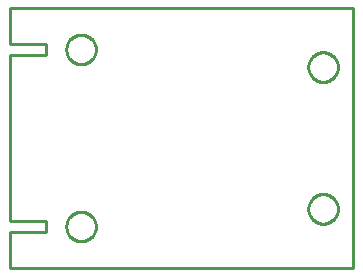
<source format=gbr>
G04 EAGLE Gerber RS-274X export*
G75*
%MOMM*%
%FSLAX34Y34*%
%LPD*%
%IN*%
%IPPOS*%
%AMOC8*
5,1,8,0,0,1.08239X$1,22.5*%
G01*
G04 Define Apertures*
%ADD10C,0.254000*%
D10*
X0Y-110000D02*
X290000Y-110000D01*
X290000Y110000D01*
X0Y110000D01*
X0Y80000D01*
X30000Y80000D01*
X30000Y70000D01*
X0Y70000D01*
X0Y-70000D01*
X30000Y-70000D01*
X30000Y-80000D01*
X0Y-80000D01*
X0Y-110000D01*
X72500Y-75491D02*
X72423Y-76470D01*
X72269Y-77441D01*
X72040Y-78396D01*
X71736Y-79330D01*
X71361Y-80237D01*
X70915Y-81112D01*
X70401Y-81950D01*
X69824Y-82745D01*
X69186Y-83492D01*
X68492Y-84186D01*
X67745Y-84824D01*
X66950Y-85401D01*
X66112Y-85915D01*
X65237Y-86361D01*
X64330Y-86736D01*
X63396Y-87040D01*
X62441Y-87269D01*
X61470Y-87423D01*
X60491Y-87500D01*
X59509Y-87500D01*
X58530Y-87423D01*
X57560Y-87269D01*
X56604Y-87040D01*
X55670Y-86736D01*
X54763Y-86361D01*
X53888Y-85915D01*
X53050Y-85401D01*
X52255Y-84824D01*
X51508Y-84186D01*
X50814Y-83492D01*
X50176Y-82745D01*
X49599Y-81950D01*
X49085Y-81112D01*
X48639Y-80237D01*
X48264Y-79330D01*
X47960Y-78396D01*
X47731Y-77441D01*
X47577Y-76470D01*
X47500Y-75491D01*
X47500Y-74509D01*
X47577Y-73530D01*
X47731Y-72560D01*
X47960Y-71604D01*
X48264Y-70670D01*
X48639Y-69763D01*
X49085Y-68888D01*
X49599Y-68050D01*
X50176Y-67255D01*
X50814Y-66508D01*
X51508Y-65814D01*
X52255Y-65176D01*
X53050Y-64599D01*
X53888Y-64085D01*
X54763Y-63639D01*
X55670Y-63264D01*
X56604Y-62960D01*
X57560Y-62731D01*
X58530Y-62577D01*
X59509Y-62500D01*
X60491Y-62500D01*
X61470Y-62577D01*
X62441Y-62731D01*
X63396Y-62960D01*
X64330Y-63264D01*
X65237Y-63639D01*
X66112Y-64085D01*
X66950Y-64599D01*
X67745Y-65176D01*
X68492Y-65814D01*
X69186Y-66508D01*
X69824Y-67255D01*
X70401Y-68050D01*
X70915Y-68888D01*
X71361Y-69763D01*
X71736Y-70670D01*
X72040Y-71604D01*
X72269Y-72560D01*
X72423Y-73530D01*
X72500Y-74509D01*
X72500Y-75491D01*
X277500Y-60491D02*
X277423Y-61470D01*
X277269Y-62441D01*
X277040Y-63396D01*
X276736Y-64330D01*
X276361Y-65237D01*
X275915Y-66112D01*
X275401Y-66950D01*
X274824Y-67745D01*
X274186Y-68492D01*
X273492Y-69186D01*
X272745Y-69824D01*
X271950Y-70401D01*
X271112Y-70915D01*
X270237Y-71361D01*
X269330Y-71736D01*
X268396Y-72040D01*
X267441Y-72269D01*
X266470Y-72423D01*
X265491Y-72500D01*
X264509Y-72500D01*
X263530Y-72423D01*
X262560Y-72269D01*
X261604Y-72040D01*
X260670Y-71736D01*
X259763Y-71361D01*
X258888Y-70915D01*
X258050Y-70401D01*
X257255Y-69824D01*
X256508Y-69186D01*
X255814Y-68492D01*
X255176Y-67745D01*
X254599Y-66950D01*
X254085Y-66112D01*
X253639Y-65237D01*
X253264Y-64330D01*
X252960Y-63396D01*
X252731Y-62441D01*
X252577Y-61470D01*
X252500Y-60491D01*
X252500Y-59509D01*
X252577Y-58530D01*
X252731Y-57560D01*
X252960Y-56604D01*
X253264Y-55670D01*
X253639Y-54763D01*
X254085Y-53888D01*
X254599Y-53050D01*
X255176Y-52255D01*
X255814Y-51508D01*
X256508Y-50814D01*
X257255Y-50176D01*
X258050Y-49599D01*
X258888Y-49085D01*
X259763Y-48639D01*
X260670Y-48264D01*
X261604Y-47960D01*
X262560Y-47731D01*
X263530Y-47577D01*
X264509Y-47500D01*
X265491Y-47500D01*
X266470Y-47577D01*
X267441Y-47731D01*
X268396Y-47960D01*
X269330Y-48264D01*
X270237Y-48639D01*
X271112Y-49085D01*
X271950Y-49599D01*
X272745Y-50176D01*
X273492Y-50814D01*
X274186Y-51508D01*
X274824Y-52255D01*
X275401Y-53050D01*
X275915Y-53888D01*
X276361Y-54763D01*
X276736Y-55670D01*
X277040Y-56604D01*
X277269Y-57560D01*
X277423Y-58530D01*
X277500Y-59509D01*
X277500Y-60491D01*
X277500Y59509D02*
X277423Y58530D01*
X277269Y57560D01*
X277040Y56604D01*
X276736Y55670D01*
X276361Y54763D01*
X275915Y53888D01*
X275401Y53050D01*
X274824Y52255D01*
X274186Y51508D01*
X273492Y50814D01*
X272745Y50176D01*
X271950Y49599D01*
X271112Y49085D01*
X270237Y48639D01*
X269330Y48264D01*
X268396Y47960D01*
X267441Y47731D01*
X266470Y47577D01*
X265491Y47500D01*
X264509Y47500D01*
X263530Y47577D01*
X262560Y47731D01*
X261604Y47960D01*
X260670Y48264D01*
X259763Y48639D01*
X258888Y49085D01*
X258050Y49599D01*
X257255Y50176D01*
X256508Y50814D01*
X255814Y51508D01*
X255176Y52255D01*
X254599Y53050D01*
X254085Y53888D01*
X253639Y54763D01*
X253264Y55670D01*
X252960Y56604D01*
X252731Y57560D01*
X252577Y58530D01*
X252500Y59509D01*
X252500Y60491D01*
X252577Y61470D01*
X252731Y62441D01*
X252960Y63396D01*
X253264Y64330D01*
X253639Y65237D01*
X254085Y66112D01*
X254599Y66950D01*
X255176Y67745D01*
X255814Y68492D01*
X256508Y69186D01*
X257255Y69824D01*
X258050Y70401D01*
X258888Y70915D01*
X259763Y71361D01*
X260670Y71736D01*
X261604Y72040D01*
X262560Y72269D01*
X263530Y72423D01*
X264509Y72500D01*
X265491Y72500D01*
X266470Y72423D01*
X267441Y72269D01*
X268396Y72040D01*
X269330Y71736D01*
X270237Y71361D01*
X271112Y70915D01*
X271950Y70401D01*
X272745Y69824D01*
X273492Y69186D01*
X274186Y68492D01*
X274824Y67745D01*
X275401Y66950D01*
X275915Y66112D01*
X276361Y65237D01*
X276736Y64330D01*
X277040Y63396D01*
X277269Y62441D01*
X277423Y61470D01*
X277500Y60491D01*
X277500Y59509D01*
X72500Y74509D02*
X72423Y73530D01*
X72269Y72560D01*
X72040Y71604D01*
X71736Y70670D01*
X71361Y69763D01*
X70915Y68888D01*
X70401Y68050D01*
X69824Y67255D01*
X69186Y66508D01*
X68492Y65814D01*
X67745Y65176D01*
X66950Y64599D01*
X66112Y64085D01*
X65237Y63639D01*
X64330Y63264D01*
X63396Y62960D01*
X62441Y62731D01*
X61470Y62577D01*
X60491Y62500D01*
X59509Y62500D01*
X58530Y62577D01*
X57560Y62731D01*
X56604Y62960D01*
X55670Y63264D01*
X54763Y63639D01*
X53888Y64085D01*
X53050Y64599D01*
X52255Y65176D01*
X51508Y65814D01*
X50814Y66508D01*
X50176Y67255D01*
X49599Y68050D01*
X49085Y68888D01*
X48639Y69763D01*
X48264Y70670D01*
X47960Y71604D01*
X47731Y72560D01*
X47577Y73530D01*
X47500Y74509D01*
X47500Y75491D01*
X47577Y76470D01*
X47731Y77441D01*
X47960Y78396D01*
X48264Y79330D01*
X48639Y80237D01*
X49085Y81112D01*
X49599Y81950D01*
X50176Y82745D01*
X50814Y83492D01*
X51508Y84186D01*
X52255Y84824D01*
X53050Y85401D01*
X53888Y85915D01*
X54763Y86361D01*
X55670Y86736D01*
X56604Y87040D01*
X57560Y87269D01*
X58530Y87423D01*
X59509Y87500D01*
X60491Y87500D01*
X61470Y87423D01*
X62441Y87269D01*
X63396Y87040D01*
X64330Y86736D01*
X65237Y86361D01*
X66112Y85915D01*
X66950Y85401D01*
X67745Y84824D01*
X68492Y84186D01*
X69186Y83492D01*
X69824Y82745D01*
X70401Y81950D01*
X70915Y81112D01*
X71361Y80237D01*
X71736Y79330D01*
X72040Y78396D01*
X72269Y77441D01*
X72423Y76470D01*
X72500Y75491D01*
X72500Y74509D01*
M02*

</source>
